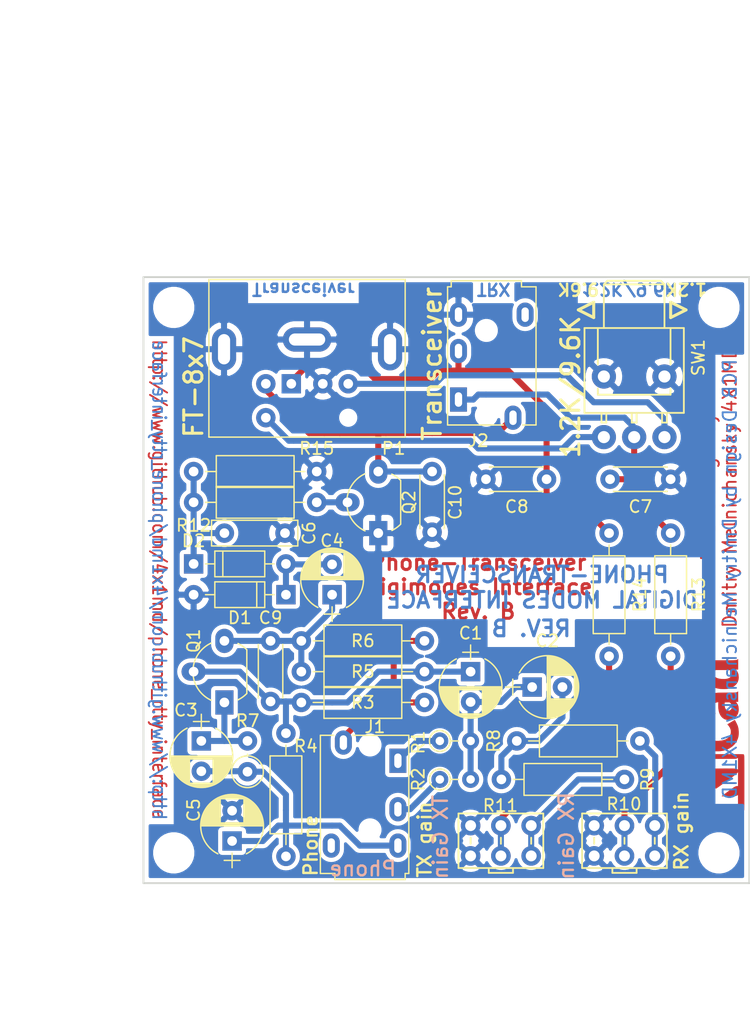
<source format=kicad_pcb>
(kicad_pcb (version 4) (host pcbnew 4.0.7-e2-6376~58~ubuntu16.04.1)
  (title_block (title "Phone-Transceiver AFSK Interface") (date 2017-04-11) (rev A))
  (layers (0 F.Cu signal) (31 B.Cu signal) (34 B.Paste user) (35 F.Paste user) (36 B.SilkS user) (37 F.SilkS user) (38 B.Mask user) (39 F.Mask user) (44 Edge.Cuts user))
  (net 0 "")
  (net 1 "Net-(C1-Pad1)")
  (net 2 "Net-(C3-Pad1)")
  (net 3 GNDREF)
  (net 4 "Net-(C6-Pad1)")
  (net 5 "Net-(Q2-Pad2)")
  (net 6 "Net-(R10-Pad2)")
  (net 7 /PHONE_OUT)
  (net 8 /PHONE_GND)
  (net 9 /TRX_DATA_IN)
  (net 10 /PHONE_MIC)
  (net 11 /TRX_1200)
  (net 12 /TRX_9600)
  (net 13 /PTT)
  (net 14 "Net-(C2-Pad2)")
  (net 15 "Net-(C4-Pad1)")
  (net 16 "Net-(C4-Pad2)")
  (net 17 "Net-(J1-Pad1)")
  (net 18 "Net-(J1-Pad2)")
  (net 19 "Net-(R11-Pad2)")
  (net 20 "Net-(R10-Pad1)")
  (net 21 "Net-(R11-Pad1)")
  (net 22 /TRX_DATA_OUT)
  (module Capacitors_THT:CP_Radial_D5.0mm_P2.50mm (layer F.Cu) (at 132.08 83.82)
    (fp_text reference C2 (at 1.25 -3.81) (layer F.SilkS))
    (fp_text value 4.7uF)
    (pad 1 thru_hole rect (at 0 0) (size 1.6 1.6) (drill 0.8) (layers *.Cu *.Mask) (net 7 /PHONE_OUT))
    (pad 2 thru_hole circle (at 2.5 0) (size 1.6 1.6) (drill 0.8) (layers *.Cu *.Mask) (net 14 "Net-(C2-Pad2)"))
  )
  (module Resistors_THT:R_Axial_DIN0207_L6.3mm_D2.5mm_P10.16mm_Horizontal (layer F.Cu) (at 123.19 80.01 180)
    (fp_text reference R6 (at 5.08 0 180) (layer F.SilkS))
    (fp_text value 3.3K)
    (pad 1 thru_hole circle (at 0 0 180) (size 1.6 1.6) (drill 0.8) (layers *.Cu *.Mask) (net 10 /PHONE_MIC))
    (pad 2 thru_hole oval (at 10.16 0 180) (size 1.6 1.6) (drill 0.8) (layers *.Cu *.Mask) (net 15 "Net-(C4-Pad1)"))
  )
  (module Mounting_Holes:MountingHole_2.7mm_M2.5_ISO7380 (layer F.Cu) (at 102.5 52.5)
    (fp_text reference MH1 hide)
    (fp_text value MH_2.7mm_M2.5_ISO7380 hide)
    (pad 1 np_thru_hole circle (at 0 0) (size 2.7 2.7) (drill 2.7) (layers *.Cu *.Mask))
  )
  (module Mounting_Holes:MountingHole_2.7mm_M2.5_ISO7380 (layer F.Cu) (at 147.5 52.5)
    (fp_text reference MH2 hide)
    (fp_text value MH_2.7mm_M2.5_ISO7380 hide)
    (pad 1 np_thru_hole circle (at 0 0) (size 2.7 2.7) (drill 2.7) (layers *.Cu *.Mask))
  )
  (module Mounting_Holes:MountingHole_2.7mm_M2.5_ISO7380 (layer F.Cu) (at 102.5 97.5)
    (fp_text reference MH3 hide)
    (fp_text value MH_2.7mm_M2.5_ISO7380 hide)
    (pad 1 np_thru_hole circle (at 0 0) (size 2.7 2.7) (drill 2.7) (layers *.Cu *.Mask))
  )
  (module Mounting_Holes:MountingHole_2.7mm_M2.5_ISO7380 (layer F.Cu) (at 147.5 97.5)
    (fp_text reference MH4 hide)
    (fp_text value MH_2.7mm_M2.5_ISO7380 hide)
    (pad 1 np_thru_hole circle (at 0 0) (size 2.7 2.7) (drill 2.7) (layers *.Cu *.Mask))
  )
  (module custom_kicad_footprints:PJ320E_Headphones_Plug_Short (layer F.Cu) (at 121 89.9 180)
    (fp_text reference J1 (at 1.9 2.8 180) (layer F.SilkS))
    (fp_text value Phone)
    (pad 5 thru_hole oval (at 5.5 -7 90) (size 2 1.4) (drill oval 1.2 0.6) (layers *.Cu *.Mask))
    (pad 4 thru_hole oval (at 4.5 1.5 90) (size 2 1.4) (drill oval 1.2 0.6) (layers *.Cu *.Mask) (net 10 /PHONE_MIC))
    (pad 1 thru_hole rect (at 0 0 90) (size 2 1.4) (drill oval 1.2 0.6) (layers *.Cu *.Mask) (net 17 "Net-(J1-Pad1)"))
    (pad 2 thru_hole oval (at 0 -4 90) (size 2 1.4) (drill oval 1.2 0.6) (layers *.Cu *.Mask) (net 18 "Net-(J1-Pad2)"))
    (pad 3 thru_hole oval (at 0 -7 90) (size 2 1.4) (drill oval 1.2 0.6) (layers *.Cu *.Mask) (net 8 /PHONE_GND))
    (pad "" np_thru_hole circle (at 2.3 -5.7 90) (size 1.2 1.2) (drill 1.2) (layers *.Cu *.Mask))
    (pad "" np_thru_hole circle (at 2.3 1.3 90) (size 1.2 1.2) (drill 1.2) (layers *.Cu *.Mask))
  )
  (module custom_kicad_footprints:PJ320E_Headphones_Plug_Short (layer F.Cu) (at 126 60.1)
    (fp_text reference J2 (at 1.635 3.4) (layer F.SilkS))
    (fp_text value Transceiver)
    (pad 5 thru_hole oval (at 5.5 -7 270) (size 2 1.4) (drill oval 1.2 0.6) (layers *.Cu *.Mask))
    (pad 4 thru_hole oval (at 4.5 1.5 270) (size 2 1.4) (drill oval 1.2 0.6) (layers *.Cu *.Mask) (net 13 /PTT))
    (pad 1 thru_hole rect (at 0 0 270) (size 2 1.4) (drill oval 1.2 0.6) (layers *.Cu *.Mask) (net 22 /TRX_DATA_OUT))
    (pad 2 thru_hole oval (at 0 -4 270) (size 2 1.4) (drill oval 1.2 0.6) (layers *.Cu *.Mask) (net 9 /TRX_DATA_IN))
    (pad 3 thru_hole oval (at 0 -7 270) (size 2 1.4) (drill oval 1.2 0.6) (layers *.Cu *.Mask) (net 3 GNDREF))
    (pad "" np_thru_hole circle (at 2.3 -5.7 270) (size 1.2 1.2) (drill 1.2) (layers *.Cu *.Mask))
    (pad "" np_thru_hole circle (at 2.3 1.3 270) (size 1.2 1.2) (drill 1.2) (layers *.Cu *.Mask))
  )
  (module custom_kicad_footprints:Cliff_UT1x_SPDT_ON-ON_Switch_Short (layer F.Cu) (at 138 63.2)
    (fp_text reference SW1 (at 7.796 -6.558 90) (layer F.SilkS))
    (fp_text value 1200/9600)
    (pad 4 thru_hole circle (at 5 -5) (size 2 2) (drill 1) (layers *.Cu *.Mask) (net 3 GNDREF))
    (pad 2 thru_hole circle (at 2.5 0) (size 2 2) (drill 1) (layers *.Cu *.Mask) (net 22 /TRX_DATA_OUT))
    (pad 3 thru_hole circle (at 5 0) (size 2 2) (drill 1) (layers *.Cu *.Mask) (net 12 /TRX_9600))
    (pad 4 thru_hole circle (at 0 -5) (size 2 2) (drill 1) (layers *.Cu *.Mask) (net 3 GNDREF))
    (pad 1 thru_hole circle (at 0 0) (size 2 2) (drill 1) (layers *.Cu *.Mask) (net 11 /TRX_1200))
  )
  (module TO_SOT_Packages_THT:TO-92_Molded_Wide_Oval (layer F.Cu) (at 106.68 85.09 90)
    (fp_text reference Q1 (at 5.08 -2.54 270) (layer F.SilkS))
    (fp_text value 2N2222)
    (pad 2 thru_hole oval (at 2.54 -2.54 180) (size 2 1.5) (drill 0.8) (layers *.Cu *.Mask) (net 1 "Net-(C1-Pad1)"))
    (pad 1 thru_hole rect (at 0 0 180) (size 1.5 2) (drill 0.8) (layers *.Cu *.Mask) (net 2 "Net-(C3-Pad1)"))
    (pad 3 thru_hole oval (at 5.08 0 180) (size 1.5 2) (drill 0.8) (layers *.Cu *.Mask) (net 15 "Net-(C4-Pad1)"))
  )
  (module TO_SOT_Packages_THT:TO-92_Molded_Wide_Oval (layer F.Cu) (at 119.38 71.12 90)
    (fp_text reference Q2 (at 2.54 2.54 270) (layer F.SilkS))
    (fp_text value 2N2222)
    (pad 2 thru_hole oval (at 2.54 -2.54 180) (size 2 1.5) (drill 0.8) (layers *.Cu *.Mask) (net 5 "Net-(Q2-Pad2)"))
    (pad 1 thru_hole rect (at 0 0 180) (size 1.5 2) (drill 0.8) (layers *.Cu *.Mask) (net 3 GNDREF))
    (pad 3 thru_hole oval (at 5.08 0 180) (size 1.5 2) (drill 0.8) (layers *.Cu *.Mask) (net 13 /PTT))
  )
  (module custom_kicad_footprints:Connector_Mini-DIN_Female_6Pin_2rows (layer F.Cu) (at 112.2 58.8 180)
    (fp_text reference P1 (at -8.45 -5.335 360) (layer F.SilkS))
    (fp_text value "TRX Data")
    (pad 7 thru_hole oval (at -8.15 2.85 180) (size 2 3.5) (drill oval 1 2.5) (layers *.Cu *.Mask) (net 3 GNDREF))
    (pad 7 thru_hole oval (at 5.55 2.85 180) (size 2 3.5) (drill oval 1 2.5) (layers *.Cu *.Mask) (net 3 GNDREF))
    (pad 1 thru_hole rect (at 0 0 180) (size 1.6 1.6) (drill 0.8) (layers *.Cu *.Mask) (net 9 /TRX_DATA_IN))
    (pad 2 thru_hole circle (at -2.6 0 180) (size 1.6 1.6) (drill 0.8) (layers *.Cu *.Mask) (net 3 GNDREF))
    (pad 3 thru_hole circle (at 2.1 0 180) (size 1.6 1.6) (drill 0.8) (layers *.Cu *.Mask) (net 13 /PTT))
    (pad 4 thru_hole circle (at -4.7 0 180) (size 1.6 1.6) (drill 0.8) (layers *.Cu *.Mask) (net 12 /TRX_9600))
    (pad 5 thru_hole circle (at 2.1 -2.8 180) (size 1.6 1.6) (drill 0.8) (layers *.Cu *.Mask) (net 11 /TRX_1200))
    (pad "" np_thru_hole circle (at -4.7 -2.8 180) (size 0.8 0.8) (drill 0.8) (layers *.Cu *.Mask))
    (pad 7 thru_hole oval (at -1.3 3.65 180) (size 4 2) (drill oval 3 1) (layers *.Cu *.Mask) (net 3 GNDREF))
  )
  (module custom_kicad_footprints:Potentiometer_Trimmer_Vertical_Multi_Compatible (layer F.Cu) (at 142.2 95.25 270)
    (fp_text reference R10 (at -1.778 2.54 360) (layer F.SilkS))
    (fp_text value 10K)
    (pad 3 thru_hole circle (at 2.5 5 270) (size 1.62 1.62) (drill 0.9) (layers *.Cu *.Mask) (net 3 GNDREF))
    (pad 2 thru_hole circle (at 0 2.5 270) (size 1.62 1.62) (drill 0.9) (layers *.Cu *.Mask) (net 6 "Net-(R10-Pad2)"))
    (pad 1 thru_hole circle (at 2.5 0 270) (size 1.62 1.62) (drill 0.9) (layers *.Cu *.Mask) (net 20 "Net-(R10-Pad1)"))
    (pad 3 thru_hole circle (at 0 5 270) (size 1.62 1.62) (drill 0.9) (layers *.Cu *.Mask) (net 3 GNDREF))
    (pad 2 thru_hole circle (at 2.5 2.5 270) (size 1.62 1.62) (drill 0.9) (layers *.Cu *.Mask) (net 6 "Net-(R10-Pad2)"))
    (pad 1 thru_hole circle (at 0 0 270) (size 1.62 1.62) (drill 0.9) (layers *.Cu *.Mask) (net 20 "Net-(R10-Pad1)"))
  )
  (module custom_kicad_footprints:Potentiometer_Trimmer_Vertical_Multi_Compatible (layer F.Cu) (at 132 95.25 270)
    (fp_text reference R11 (at -1.651 2.54 360) (layer F.SilkS))
    (fp_text value 10K)
    (pad 3 thru_hole circle (at 2.5 5 270) (size 1.62 1.62) (drill 0.9) (layers *.Cu *.Mask) (net 3 GNDREF))
    (pad 2 thru_hole circle (at 0 2.5 270) (size 1.62 1.62) (drill 0.9) (layers *.Cu *.Mask) (net 19 "Net-(R11-Pad2)"))
    (pad 1 thru_hole circle (at 2.5 0 270) (size 1.62 1.62) (drill 0.9) (layers *.Cu *.Mask) (net 21 "Net-(R11-Pad1)"))
    (pad 3 thru_hole circle (at 0 5 270) (size 1.62 1.62) (drill 0.9) (layers *.Cu *.Mask) (net 3 GNDREF))
    (pad 2 thru_hole circle (at 2.5 2.5 270) (size 1.62 1.62) (drill 0.9) (layers *.Cu *.Mask) (net 19 "Net-(R11-Pad2)"))
    (pad 1 thru_hole circle (at 0 0 270) (size 1.62 1.62) (drill 0.9) (layers *.Cu *.Mask) (net 21 "Net-(R11-Pad1)"))
  )
  (module Capacitors_THT:C_Disc_D4.3mm_W1.9mm_P5.00mm (layer F.Cu) (at 110.49 80.01 270)
    (fp_text reference C9 (at -1.905 0 360) (layer F.SilkS))
    (fp_text value 100pF)
    (pad 1 thru_hole circle (at 0 0 270) (size 1.6 1.6) (drill 0.8) (layers *.Cu *.Mask) (net 15 "Net-(C4-Pad1)"))
    (pad 2 thru_hole circle (at 5 0 270) (size 1.6 1.6) (drill 0.8) (layers *.Cu *.Mask) (net 1 "Net-(C1-Pad1)"))
  )
  (module Capacitors_THT:C_Disc_D4.3mm_W1.9mm_P5.00mm (layer F.Cu) (at 123.825 66.04 270)
    (fp_text reference C10 (at 2.54 -1.905 270) (layer F.SilkS))
    (fp_text value 1nF)
    (pad 1 thru_hole circle (at 0 0 270) (size 1.6 1.6) (drill 0.8) (layers *.Cu *.Mask) (net 13 /PTT))
    (pad 2 thru_hole circle (at 5 0 270) (size 1.6 1.6) (drill 0.8) (layers *.Cu *.Mask) (net 3 GNDREF))
  )
  (module Capacitors_THT:CP_Radial_D5.0mm_P2.50mm (layer F.Cu) (at 127 82.55 270)
    (fp_text reference C1 (at -3.175 0 360) (layer F.SilkS))
    (fp_text value 4.7uF)
    (pad 1 thru_hole rect (at 0 0 270) (size 1.6 1.6) (drill 0.8) (layers *.Cu *.Mask) (net 1 "Net-(C1-Pad1)"))
    (pad 2 thru_hole circle (at 2.5 0 270) (size 1.6 1.6) (drill 0.8) (layers *.Cu *.Mask) (net 7 /PHONE_OUT))
  )
  (module Capacitors_THT:CP_Radial_D5.0mm_P2.50mm (layer F.Cu) (at 115.57 76.2 90)
    (fp_text reference C4 (at 4.445 0 180) (layer F.SilkS))
    (fp_text value 4.7uF)
    (pad 1 thru_hole rect (at 0 0 90) (size 1.6 1.6) (drill 0.8) (layers *.Cu *.Mask) (net 15 "Net-(C4-Pad1)"))
    (pad 2 thru_hole circle (at 2.5 0 90) (size 1.6 1.6) (drill 0.8) (layers *.Cu *.Mask) (net 16 "Net-(C4-Pad2)"))
  )
  (module Capacitors_THT:CP_Radial_D5.0mm_P2.50mm (layer F.Cu) (at 107.315 96.52 90)
    (fp_text reference C5 (at 2.54 -3.175 90) (layer F.SilkS))
    (fp_text value 100uF)
    (pad 1 thru_hole rect (at 0 0 90) (size 1.6 1.6) (drill 0.8) (layers *.Cu *.Mask) (net 8 /PHONE_GND))
    (pad 2 thru_hole circle (at 2.5 0 90) (size 1.6 1.6) (drill 0.8) (layers *.Cu *.Mask) (net 3 GNDREF))
  )
  (module Capacitors_THT:C_Disc_D4.3mm_W1.9mm_P5.00mm (layer F.Cu) (at 143.51 66.675 180)
    (fp_text reference C7 (at 2.5 -2.26 180) (layer F.SilkS))
    (fp_text value 10n)
    (pad 1 thru_hole circle (at 0 0 180) (size 1.6 1.6) (drill 0.8) (layers *.Cu *.Mask) (net 3 GNDREF))
    (pad 2 thru_hole circle (at 5 0 180) (size 1.6 1.6) (drill 0.8) (layers *.Cu *.Mask) (net 22 /TRX_DATA_OUT))
  )
  (module Capacitors_THT:C_Disc_D4.3mm_W1.9mm_P5.00mm (layer F.Cu) (at 128.27 66.675)
    (fp_text reference C8 (at 2.54 2.26) (layer F.SilkS))
    (fp_text value 10n)
    (pad 1 thru_hole circle (at 0 0) (size 1.6 1.6) (drill 0.8) (layers *.Cu *.Mask) (net 3 GNDREF))
    (pad 2 thru_hole circle (at 5 0) (size 1.6 1.6) (drill 0.8) (layers *.Cu *.Mask) (net 9 /TRX_DATA_IN))
  )
  (module Resistors_THT:R_Axial_DIN0207_L6.3mm_D2.5mm_P10.16mm_Horizontal (layer F.Cu) (at 140.97 88.265 180)
    (fp_text reference R8 (at 12.065 0 270) (layer F.SilkS))
    (fp_text value 1K)
    (pad 1 thru_hole circle (at 0 0 180) (size 1.6 1.6) (drill 0.8) (layers *.Cu *.Mask) (net 20 "Net-(R10-Pad1)"))
    (pad 2 thru_hole oval (at 10.16 0 180) (size 1.6 1.6) (drill 0.8) (layers *.Cu *.Mask) (net 14 "Net-(C2-Pad2)"))
  )
  (module Resistors_THT:R_Axial_DIN0207_L6.3mm_D2.5mm_P10.16mm_Horizontal (layer F.Cu) (at 139.7 91.44 180)
    (fp_text reference R9 (at -1.905 0 450) (layer F.SilkS))
    (fp_text value 10K)
    (pad 1 thru_hole circle (at 0 0 180) (size 1.6 1.6) (drill 0.8) (layers *.Cu *.Mask) (net 21 "Net-(R11-Pad1)"))
    (pad 2 thru_hole oval (at 10.16 0 180) (size 1.6 1.6) (drill 0.8) (layers *.Cu *.Mask) (net 14 "Net-(C2-Pad2)"))
  )
  (module Resistors_THT:R_Axial_DIN0207_L6.3mm_D2.5mm_P10.16mm_Horizontal (layer F.Cu) (at 143.51 71.12 270)
    (fp_text reference R13 (at 5.08 -2.31 270) (layer F.SilkS))
    (fp_text value 1K)
    (pad 1 thru_hole circle (at 0 0 270) (size 1.6 1.6) (drill 0.8) (layers *.Cu *.Mask) (net 22 /TRX_DATA_OUT))
    (pad 2 thru_hole oval (at 10.16 0 270) (size 1.6 1.6) (drill 0.8) (layers *.Cu *.Mask) (net 6 "Net-(R10-Pad2)"))
  )
  (module Resistors_THT:R_Axial_DIN0207_L6.3mm_D2.5mm_P10.16mm_Horizontal (layer F.Cu) (at 138.43 81.28 90)
    (fp_text reference R14 (at 5.08 2.54 90) (layer F.SilkS))
    (fp_text value 1K)
    (pad 1 thru_hole circle (at 0 0 90) (size 1.6 1.6) (drill 0.8) (layers *.Cu *.Mask) (net 19 "Net-(R11-Pad2)"))
    (pad 2 thru_hole oval (at 10.16 0 90) (size 1.6 1.6) (drill 0.8) (layers *.Cu *.Mask) (net 9 /TRX_DATA_IN))
  )
  (module Diodes_THT:D_DO-35_SOD27_P7.62mm_Horizontal (layer F.Cu) (at 111.76 76.2 180)
    (fp_text reference D1 (at 3.81 -1.905 360) (layer F.SilkS))
    (fp_text value BAT46)
    (pad 1 thru_hole rect (at 0 0 180) (size 1.6 1.6) (drill 0.8) (layers *.Cu *.Mask) (net 16 "Net-(C4-Pad2)"))
    (pad 2 thru_hole oval (at 7.62 0 180) (size 1.6 1.6) (drill 0.8) (layers *.Cu *.Mask) (net 3 GNDREF))
  )
  (module Diodes_THT:D_DO-35_SOD27_P7.62mm_Horizontal (layer F.Cu) (at 104.14 73.66)
    (fp_text reference D2 (at 0 -1.905 180) (layer F.SilkS))
    (fp_text value BAT46)
    (pad 1 thru_hole rect (at 0 0) (size 1.6 1.6) (drill 0.8) (layers *.Cu *.Mask) (net 4 "Net-(C6-Pad1)"))
    (pad 2 thru_hole oval (at 7.62 0) (size 1.6 1.6) (drill 0.8) (layers *.Cu *.Mask) (net 16 "Net-(C4-Pad2)"))
  )
  (module Resistors_THT:R_Axial_DIN0207_L6.3mm_D2.5mm_P10.16mm_Horizontal (layer F.Cu) (at 123.19 85.09 180)
    (fp_text reference R3 (at 5.08 0 180) (layer F.SilkS))
    (fp_text value 33K)
    (pad 1 thru_hole circle (at 0 0 180) (size 1.6 1.6) (drill 0.8) (layers *.Cu *.Mask) (net 10 /PHONE_MIC))
    (pad 2 thru_hole oval (at 10.16 0 180) (size 1.6 1.6) (drill 0.8) (layers *.Cu *.Mask) (net 1 "Net-(C1-Pad1)"))
  )
  (module Resistors_THT:R_Axial_DIN0207_L6.3mm_D2.5mm_P10.16mm_Horizontal (layer F.Cu) (at 111.76 87.63 270)
    (fp_text reference R4 (at 1.07 -1.64 360) (layer F.SilkS))
    (fp_text value 18K)
    (pad 1 thru_hole circle (at 0 0 270) (size 1.6 1.6) (drill 0.8) (layers *.Cu *.Mask) (net 1 "Net-(C1-Pad1)"))
    (pad 2 thru_hole oval (at 10.16 0 270) (size 1.6 1.6) (drill 0.8) (layers *.Cu *.Mask) (net 8 /PHONE_GND))
  )
  (module Resistors_THT:R_Axial_DIN0207_L6.3mm_D2.5mm_P10.16mm_Horizontal (layer F.Cu) (at 123.19 82.55 180)
    (fp_text reference R5 (at 5.08 0 180) (layer F.SilkS))
    (fp_text value 120K)
    (pad 1 thru_hole circle (at 0 0 180) (size 1.6 1.6) (drill 0.8) (layers *.Cu *.Mask) (net 1 "Net-(C1-Pad1)"))
    (pad 2 thru_hole oval (at 10.16 0 180) (size 1.6 1.6) (drill 0.8) (layers *.Cu *.Mask) (net 15 "Net-(C4-Pad1)"))
  )
  (module Capacitors_THT:CP_Radial_D5.0mm_P2.50mm (layer F.Cu) (at 104.775 88.265 270)
    (fp_text reference C3 (at -2.54 1.27 360) (layer F.SilkS))
    (fp_text value 100uF)
    (pad 1 thru_hole rect (at 0 0 270) (size 1.6 1.6) (drill 0.8) (layers *.Cu *.Mask) (net 2 "Net-(C3-Pad1)"))
    (pad 2 thru_hole circle (at 2.5 0 270) (size 1.6 1.6) (drill 0.8) (layers *.Cu *.Mask) (net 8 /PHONE_GND))
  )
  (module Resistors_THT:R_Axial_DIN0207_L6.3mm_D2.5mm_P2.54mm_Vertical (layer F.Cu) (at 108.585 90.805 90)
    (fp_text reference R7 (at 4.205 0.015 180) (layer F.SilkS))
    (fp_text value 120)
    (pad 1 thru_hole circle (at 0 0 90) (size 1.6 1.6) (drill 0.8) (layers *.Cu *.Mask) (net 8 /PHONE_GND))
    (pad 2 thru_hole oval (at 2.54 0 90) (size 1.6 1.6) (drill 0.8) (layers *.Cu *.Mask) (net 2 "Net-(C3-Pad1)"))
  )
  (module Resistors_THT:R_Axial_DIN0207_L6.3mm_D2.5mm_P10.16mm_Horizontal (layer F.Cu) (at 114.3 68.58 180)
    (fp_text reference R12 (at 10.16 -1.905 180) (layer F.SilkS))
    (fp_text value 1K)
    (pad 1 thru_hole circle (at 0 0 180) (size 1.6 1.6) (drill 0.8) (layers *.Cu *.Mask) (net 5 "Net-(Q2-Pad2)"))
    (pad 2 thru_hole oval (at 10.16 0 180) (size 1.6 1.6) (drill 0.8) (layers *.Cu *.Mask) (net 4 "Net-(C6-Pad1)"))
  )
  (module Resistors_THT:R_Axial_DIN0207_L6.3mm_D2.5mm_P10.16mm_Horizontal (layer F.Cu) (at 114.3 66.04 180)
    (fp_text reference R15 (at 0 1.905 180) (layer F.SilkS))
    (fp_text value 100K)
    (pad 1 thru_hole circle (at 0 0 180) (size 1.6 1.6) (drill 0.8) (layers *.Cu *.Mask) (net 3 GNDREF))
    (pad 2 thru_hole oval (at 10.16 0 180) (size 1.6 1.6) (drill 0.8) (layers *.Cu *.Mask) (net 4 "Net-(C6-Pad1)"))
  )
  (module Resistors_THT:R_Axial_DIN0204_L3.6mm_D1.6mm_P2.54mm_Vertical (layer F.Cu) (at 124.46 91.44)
    (fp_text reference R1 (at -1.778 -3.048 90) (layer F.SilkS))
    (fp_text value 33)
    (pad 1 thru_hole circle (at 0 0) (size 1.4 1.4) (drill 0.7) (layers *.Cu *.Mask) (net 18 "Net-(J1-Pad2)"))
    (pad 2 thru_hole oval (at 2.54 0) (size 1.4 1.4) (drill 0.7) (layers *.Cu *.Mask) (net 7 /PHONE_OUT))
  )
  (module Resistors_THT:R_Axial_DIN0204_L3.6mm_D1.6mm_P2.54mm_Vertical (layer F.Cu) (at 124.46 88.265)
    (fp_text reference R2 (at -1.778 3.175 90) (layer F.SilkS))
    (fp_text value 33)
    (pad 1 thru_hole circle (at 0 0) (size 1.4 1.4) (drill 0.7) (layers *.Cu *.Mask) (net 17 "Net-(J1-Pad1)"))
    (pad 2 thru_hole oval (at 2.54 0) (size 1.4 1.4) (drill 0.7) (layers *.Cu *.Mask) (net 7 /PHONE_OUT))
  )
  (module custom_kicad_footprints:KiCad-Logo_Copper (layer F.Cu) (at 147.65 87.8 90)
    (fp_text reference REF*** hide)
    (fp_text value KiCad-Logo_Copper hide)
    (fp_poly (pts (xy -2.9464 -2.510946) (xy -2.935535 -2.397007) (xy -2.903918 -2.289384) (xy -2.853015 -2.190385) (xy -2.784293 -2.102316) (xy -2.699219 -2.027484) (xy -2.602232 -1.969616) (xy -2.495964 -1.929995) (xy -2.38895 -1.911427) (xy -2.2833 -1.912566) (xy -2.181125 -1.93207) (xy -2.084534 -1.968594) (xy -1.995638 -2.020795) (xy -1.916546 -2.087327) (xy -1.849369 -2.166848) (xy -1.796217 -2.258013) (xy -1.759199 -2.359477) (xy -1.740427 -2.469898) (xy -1.738489 -2.519794) (xy -1.738489 -2.607733) (xy -1.68656 -2.607733) (xy -1.650253 -2.604889) (xy -1.623355 -2.593089) (xy -1.596249 -2.569351) (xy -1.557867 -2.530969) (xy -1.557867 -0.339398) (xy -1.557876 -0.077261) (xy -1.557908 0.163241) (xy -1.557972 0.383048) (xy -1.558076 0.583101) (xy -1.558227 0.764344) (xy -1.558434 0.927716) (xy -1.558706 1.07416) (xy -1.55905 1.204617) (xy -1.559474 1.320029) (xy -1.559987 1.421338) (xy -1.560597 1.509484) (xy -1.561312 1.58541) (xy -1.56214 1.650057) (xy -1.563089 1.704367) (xy -1.564167 1.74928) (xy -1.565383 1.78574) (xy -1.566745 1.814687) (xy -1.568261 1.837063) (xy -1.569938 1.853809) (xy -1.571786 1.865868) (xy -1.573813 1.87418) (xy -1.576025 1.879687) (xy -1.577108 1.881537) (xy -1.581271 1.888549) (xy -1.584805 1.894996) (xy -1.588635 1.9009) (xy -1.593682 1.906286) (xy -1.600871 1.911178) (xy -1.611123 1.915598) (xy -1.625364 1.919572) (xy -1.644514 1.923121) (xy -1.669499 1.92627) (xy -1.70124 1.929042) (xy -1.740662 1.931461) (xy -1.788686 1.933551) (xy -1.846237 1.935335) (xy -1.914237 1.936837) (xy -1.99361 1.93808) (xy -2.085279 1.939089) (xy -2.190166 1.939885) (xy -2.309196 1.940494) (xy -2.44329 1.940939) (xy -2.593373 1.941243) (xy -2.760367 1.94143) (xy -2.945196 1.941524) (xy -3.148783 1.941548) (xy -3.37205 1.941525) (xy -3.615922 1.94148) (xy -3.881321 1.941437) (xy -3.919704 1.941432) (xy -4.186682 1.941389) (xy -4.432002 1.941318) (xy -4.656583 1.941213) (xy -4.861345 1.941066) (xy -5.047206 1.940869) (xy -5.215088 1.940616) (xy -5.365908 1.9403) (xy -5.500587 1.939913) (xy -5.620044 1.939447) (xy -5.725199 1.938897) (xy -5.816971 1.938253) (xy -5.896279 1.937511) (xy -5.964043 1.936661) (xy -6.021182 1.935697) (xy -6.068617 1.934611) (xy -6.107266 1.933397) (xy -6.138049 1.932047) (xy -6.161885 1.930555) (xy -6.179694 1.928911) (xy -6.192395 1.927111) (xy -6.200908 1.925145) (xy -6.205266 1.923477) (xy -6.213728 1.919906) (xy -6.221497 1.91727) (xy -6.228602 1.914634) (xy -6.235073 1.911062) (xy -6.240939 1.905621) (xy -6.246229 1.897375) (xy -6.250974 1.88539) (xy -6.255202 1.868731) (xy -6.258943 1.846463) (xy -6.262227 1.817652) (xy -6.265083 1.781363) (xy -6.26754 1.736661) (xy -6.269629 1.682611) (xy -6.271378 1.618279) (xy -6.272817 1.54273) (xy -6.273976 1.45503) (xy -6.274883 1.354243) (xy -6.275569 1.239434) (xy -6.276063 1.10967) (xy -6.276395 0.964015) (xy -6.276593 0.801535) (xy -6.276687 0.621295) (xy -6.276708 0.42236) (xy -6.276685 0.203796) (xy -6.276646 -0.035332) (xy -6.276622 -0.29596) (xy -6.276622 -0.338111) (xy -6.276636 -0.601008) (xy -6.276661 -0.842268) (xy -6.276671 -1.062835) (xy -6.276642 -1.263648) (xy -6.276548 -1.445651) (xy -6.276362 -1.609784) (xy -6.276059 -1.756989) (xy -6.275614 -1.888208) (xy -6.275034 -1.998133) (xy -5.972197 -1.998133) (xy -5.932407 -1.940289) (xy -5.921236 -1.924521) (xy -5.911166 -1.910559) (xy -5.902138 -1.897216) (xy -5.894097 -1.883307) (xy -5.886986 -1.867644) (xy -5.880747 -1.849042) (xy -5.875325 -1.826314) (xy -5.870662 -1.798273) (xy -5.866701 -1.763733) (xy -5.863385 -1.721508) (xy -5.860659 -1.670411) (xy -5.858464 -1.609256) (xy -5.856745 -1.536856) (xy -5.855444 -1.452025) (xy -5.854505 -1.353578) (xy -5.85387 -1.240326) (xy -5.853484 -1.111084) (xy -5.853288 -0.964666) (xy -5.853227 -0.799884) (xy -5.853243 -0.615553) (xy -5.85328 -0.410487) (xy -5.853289 -0.287867) (xy -5.853265 -0.070918) (xy -5.853231 0.124642) (xy -5.853243 0.299999) (xy -5.853358 0.456341) (xy -5.85363 0.594857) (xy -5.854118 0.716734) (xy -5.854876 0.82316) (xy -5.855962 0.915322) (xy -5.857431 0.994409) (xy -5.85934 1.061608) (xy -5.861744 1.118107) (xy -5.864701 1.165093) (xy -5.868266 1.203755) (xy -5.872495 1.23528) (xy -5.877446 1.260855) (xy -5.883173 1.28167) (xy -5.889733 1.298911) (xy -5.897183 1.313765) (xy -5.905579 1.327422) (xy -5.914976 1.341069) (xy -5.925432 1.355893) (xy -5.931523 1.364783) (xy -5.970296 1.4224) (xy -5.438732 1.4224) (xy -5.315483 1.422365) (xy -5.212987 1.422215) (xy -5.12942 1.421878) (xy -5.062956 1.421286) (xy -5.011771 1.420367) (xy -4.974041 1.419051) (xy -4.94794 1.417269) (xy -4.931644 1.414951) (xy -4.923328 1.412026) (xy -4.921168 1.408424) (xy -4.923339 1.404075) (xy -4.924535 1.402645) (xy -4.949685 1.365573) (xy -4.975583 1.312772) (xy -4.999192 1.25077) (xy -5.007461 1.224357) (xy -5.012078 1.206416) (xy -5.015979 1.185355) (xy -5.019248 1.159089) (xy -5.021966 1.125532) (xy -5.024215 1.082599) (xy -5.026077 1.028204) (xy -5.027636 0.960262) (xy -5.028972 0.876688) (xy -5.030169 0.775395) (xy -5.031308 0.6543) (xy -5.031685 0.6096) (xy -5.032702 0.484449) (xy -5.03346 0.380082) (xy -5.033903 0.294707) (xy -5.03397 0.226533) (xy -5.033605 0.173765) (xy -5.032748 0.134614) (xy -5.031341 0.107285) (xy -5.029325 0.089986) (xy -5.026643 0.080926) (xy -5.023236 0.078312) (xy -5.019044 0.080351) (xy -5.014571 0.084667) (xy -5.004216 0.097602) (xy -4.982158 0.126676) (xy -4.949957 0.169759) (xy -4.909174 0.224718) (xy -4.86137 0.289423) (xy -4.808105 0.361742) (xy -4.75094 0.439544) (xy -4.691437 0.520698) (xy -4.631155 0.603072) (xy -4.571655 0.684536) (xy -4.514498 0.762957) (xy -4.461245 0.836204) (xy -4.413457 0.902147) (xy -4.372693 0.958654) (xy -4.340516 1.003593) (xy -4.318485 1.034834) (xy -4.313917 1.041466) (xy -4.290996 1.078369) (xy -4.264188 1.126359) (xy -4.238789 1.175897) (xy -4.235568 1.182577) (xy -4.21389 1.230772) (xy -4.201304 1.268334) (xy -4.195574 1.30416) (xy -4.194456 1.3462) (xy -4.19509 1.4224) (xy -3.040651 1.4224) (xy -3.131815 1.328669) (xy -3.178612 1.278775) (xy -3.228899 1.222295) (xy -3.274944 1.168026) (xy -3.295369 1.142673) (xy -3.325807 1.103128) (xy -3.365862 1.049916) (xy -3.414361 0.984667) (xy -3.470135 0.909011) (xy -3.532011 0.824577) (xy -3.598819 0.732994) (xy -3.669387 0.635892) (xy -3.742545 0.534901) (xy -3.817121 0.43165) (xy -3.891944 0.327768) (xy -3.965843 0.224885) (xy -4.037646 0.124631) (xy -4.106184 0.028636) (xy -4.170284 -0.061473) (xy -4.228775 -0.144064) (xy -4.280486 -0.217508) (xy -4.324247 -0.280176) (xy -4.358885 -0.330439) (xy -4.38323 -0.366666) (xy -4.396111 -0.387229) (xy -4.397869 -0.391332) (xy -4.38991 -0.402658) (xy -4.369115 -0.429838) (xy -4.336847 -0.471171) (xy -4.29447 -0.524956) (xy -4.243347 -0.589494) (xy -4.184841 -0.663082) (xy -4.120314 -0.744022) (xy -4.051131 -0.830612) (xy -3.978653 -0.921152) (xy -3.904246 -1.01394) (xy -3.844517 -1.088298) (xy -2.833511 -1.088298) (xy -2.827602 -1.075341) (xy -2.813272 -1.053092) (xy -2.812225 -1.051609) (xy -2.793438 -1.021456) (xy -2.773791 -0.984625) (xy -2.769892 -0.976489) (xy -2.766356 -0.96806) (xy -2.76323 -0.957941) (xy -2.760486 -0.94474) (xy -2.758092 -0.927062) (xy -2.756019 -0.903516) (xy -2.754235 -0.872707) (xy -2.752712 -0.833243) (xy -2.751419 -0.783731) (xy -2.750326 -0.722777) (xy -2.749403 -0.648989) (xy -2.748619 -0.560972) (xy -2.747945 -0.457335) (xy -2.74735 -0.336684) (xy -2.746805 -0.197626) (xy -2.746279 -0.038768) (xy -2.745745 0.140089) (xy -2.745206 0.325207) (xy -2.744772 0.489145) (xy -2.744509 0.633303) (xy -2.744484 0.759079) (xy -2.744765 0.867871) (xy -2.745419 0.961077) (xy -2.746514 1.040097) (xy -2.748118 1.106328) (xy -2.750297 1.16117) (xy -2.753119 1.206021) (xy -2.756651 1.242278) (xy -2.760961 1.271341) (xy -2.766117 1.294609) (xy -2.772185 1.313479) (xy -2.779233 1.329351) (xy -2.787329 1.343622) (xy -2.79654 1.357691) (xy -2.80504 1.370158) (xy -2.822176 1.396452) (xy -2.832322 1.414037) (xy -2.833511 1.417257) (xy -2.822604 1.418334) (xy -2.791411 1.419335) (xy -2.742223 1.420235) (xy -2.677333 1.42101) (xy -2.59903 1.421637) (xy -2.509607 1.422091) (xy -2.411356 1.422349) (xy -2.342445 1.4224) (xy -2.237452 1.42218) (xy -2.14061 1.421548) (xy -2.054107 1.420549) (xy -1.980132 1.419227) (xy -1.920874 1.417626) (xy -1.87852 1.415791) (xy -1.85526 1.413765) (xy -1.851378 1.412493) (xy -1.859076 1.397591) (xy -1.867074 1.38956) (xy -1.880246 1.372434) (xy -1.897485 1.342183) (xy -1.909407 1.317622) (xy -1.936045 1.258711) (xy -1.93912 0.081845) (xy -1.942195 -1.095022) (xy -2.387853 -1.095022) (xy -2.48567 -1.094858) (xy -2.576064 -1.094389) (xy -2.65663 -1.093653) (xy -2.724962 -1.092684) (xy -2.778656 -1.09152) (xy -2.815305 -1.090197) (xy -2.832504 -1.088751) (xy -2.833511 -1.088298) (xy -3.844517 -1.088298) (xy -3.82927 -1.107278) (xy -3.75509 -1.199463) (xy -3.683069 -1.288796) (xy -3.614569 -1.373576) (xy -3.550955 -1.452102) (xy -3.493588 -1.522674) (xy -3.443833 -1.583591) (xy -3.403052 -1.633153) (xy -3.385888 -1.653822) (xy -3.299596 -1.754484) (xy -3.222997 -1.837741) (xy -3.154183 -1.905562) (xy -3.091248 -1.959911) (xy -3.081867 -1.967278) (xy -3.042356 -1.997883) (xy -4.174116 -1.998133) (xy -4.168827 -1.950156) (xy -4.17213 -1.892812) (xy -4.193661 -1.824537) (xy -4.233635 -1.744788) (xy -4.278943 -1.672505) (xy -4.295161 -1.64986) (xy -4.323214 -1.612304) (xy -4.36143 -1.561979) (xy -4.408137 -1.501027) (xy -4.461661 -1.431589) (xy -4.520331 -1.355806) (xy -4.582475 -1.27582) (xy -4.646421 -1.193772) (xy -4.710495 -1.111804) (xy -4.773027 -1.032057) (xy -4.832343 -0.956673) (xy -4.886771 -0.887793) (xy -4.934639 -0.827558) (xy -4.974275 -0.778111) (xy -5.004006 -0.741592) (xy -5.022161 -0.720142) (xy -5.02522 -0.716844) (xy -5.028079 -0.724851) (xy -5.030293 -0.755145) (xy -5.031857 -0.807444) (xy -5.032767 -0.881469) (xy -5.03302 -0.976937) (xy -5.032613 -1.093566) (xy -5.031704 -1.213555) (xy -5.030382 -1.345667) (xy -5.028857 -1.457406) (xy -5.026881 -1.550975) (xy -5.024206 -1.628581) (xy -5.020582 -1.692426) (xy -5.015761 -1.744717) (xy -5.009494 -1.787656) (xy -5.001532 -1.823449) (xy -4.991627 -1.8543) (xy -4.979531 -1.882414) (xy -4.964993 -1.909995) (xy -4.950311 -1.935034) (xy -4.912314 -1.998133) (xy -5.972197 -1.998133) (xy -6.275034 -1.998133) (xy -6.275001 -2.004383) (xy -6.274195 -2.106456) (xy -6.27317 -2.195367) (xy -6.2719 -2.272059) (xy -6.27036 -2.337473) (xy -6.268524 -2.392551) (xy -6.266367 -2.438235) (xy -6.263863 -2.475466) (xy -6.260987 -2.505187) (xy -6.257713 -2.528338) (xy -6.254015 -2.545861) (xy -6.249869 -2.558699) (xy -6.245247 -2.567792) (xy -6.240126 -2.574082) (xy -6.234478 -2.578512) (xy -6.228279 -2.582022) (xy -6.221504 -2.585555) (xy -6.215508 -2.589124) (xy -6.210275 -2.5917) (xy -6.202099 -2.594028) (xy -6.189886 -2.596122) (xy -6.172541 -2.597993) (xy -6.148969 -2.599653) (xy -6.118077 -2.601116) (xy -6.078768 -2.602392) (xy -6.02995 -2.603496) (xy -5.970527 -2.604439) (xy -5.899404 -2.605233) (xy -5.815488 -2.605891) (xy -5.717683 -2.606425) (xy -5.604894 -2.606847) (xy -5.476029 -2.607171) (xy -5.329991 -2.607408) (xy -5.165686 -2.60757) (xy -4.98202 -2.60767) (xy -4.777897 -2.60772) (xy -4.566753 -2.607733) (xy -2.9464 -2.607733) (xy -2.9464 -2.510946)) (layer F.Cu) (width 0.01))
    (fp_poly (pts (xy 0.328429 -2.050929) (xy 0.48857 -2.029755) (xy 0.65251 -1.989615) (xy 0.822313 -1.930111) (xy 1.000043 -1.850846) (xy 1.01131 -1.845301) (xy 1.069005 -1.817275) (xy 1.120552 -1.793198) (xy 1.162191 -1.774751) (xy 1.190162 -1.763614) (xy 1.199733 -1.761067) (xy 1.21895 -1.756059) (xy 1.223561 -1.751853) (xy 1.218458 -1.74142) (xy 1.202418 -1.715132) (xy 1.177288 -1.675743) (xy 1.144914 -1.626009) (xy 1.107143 -1.568685) (xy 1.065822 -1.506524) (xy 1.022798 -1.442282) (xy 0.979917 -1.378715) (xy 0.939026 -1.318575) (xy 0.901971 -1.26462) (xy 0.8706 -1.219603) (xy 0.846759 -1.186279) (xy 0.832294 -1.167403) (xy 0.830309 -1.165213) (xy 0.820191 -1.169862) (xy 0.79785 -1.187038) (xy 0.76728 -1.21356) (xy 0.751536 -1.228036) (xy 0.655047 -1.303318) (xy 0.548336 -1.358759) (xy 0.432832 -1.393859) (xy 0.309962 -1.40812) (xy 0.240561 -1.406949) (xy 0.119423 -1.389788) (xy 0.010205 -1.353906) (xy -0.087418 -1.299041) (xy -0.173772 -1.22493) (xy -0.249185 -1.131312) (xy -0.313982 -1.017924) (xy -0.351399 -0.931333) (xy -0.395252 -0.795634) (xy -0.427572 -0.64815) (xy -0.448443 -0.492686) (xy -0.457949 -0.333044) (xy -0.456173 -0.173027) (xy -0.443197 -0.016439) (xy -0.419106 0.132918) (xy -0.383982 0.27124) (xy -0.337908 0.394724) (xy -0.321627 0.428978) (xy -0.25338 0.543064) (xy -0.172921 0.639557) (xy -0.08143 0.71767) (xy 0.019911 0.776617) (xy 0.12992 0.815612) (xy 0.247415 0.833868) (xy 0.288883 0.835211) (xy 0.410441 0.82429) (xy 0.530878 0.791474) (xy 0.648666 0.737439) (xy 0.762277 0.662865) (xy 0.853685 0.584539) (xy 0.900215 0.540008) (xy 1.081483 0.837271) (xy 1.12658 0.911433) (xy 1.167819 0.979646) (xy 1.203735 1.039459) (xy 1.232866 1.08842) (xy 1.25375 1.124079) (xy 1.264924 1.143984) (xy 1.266375 1.147079) (xy 1.258146 1.156718) (xy 1.232567 1.173999) (xy 1.192873 1.197283) (xy 1.142297 1.224934) (xy 1.084074 1.255315) (xy 1.021437 1.28679) (xy 0.957621 1.317722) (xy 0.89586 1.346473) (xy 0.839388 1.371408) (xy 0.791438 1.390889) (xy 0.767986 1.399318) (xy 0.634221 1.437133) (xy 0.496327 1.462136) (xy 0.348622 1.47514) (xy 0.221833 1.477468) (xy 0.153878 1.476373) (xy 0.088277 1.474275) (xy 0.030847 1.471434) (xy -0.012597 1.468106) (xy -0.026702 1.466422) (xy -0.165716 1.437587) (xy -0.307243 1.392468) (xy -0.444725 1.33375) (xy -0.571606 1.26412) (xy -0.649111 1.211441) (xy -0.776519 1.103239) (xy -0.894822 0.976671) (xy -1.001828 0.834866) (xy -1.095348 0.680951) (xy -1.17319 0.518053) (xy -1.217044 0.400756) (xy -1.267292 0.217128) (xy -1.300791 0.022581) (xy -1.317551 -0.178675) (xy -1.317584 -0.382432) (xy -1.300899 -0.584479) (xy -1.267507 -0.780608) (xy -1.21742 -0.966609) (xy -1.213603 -0.978197) (xy -1.150719 -1.14025) (xy -1.073972 -1.288168) (xy -0.980758 -1.426135) (xy -0.868473 -1.558339) (xy -0.824608 -1.603601) (xy -0.688466 -1.727543) (xy -0.548509 -1.830085) (xy -0.402589 -1.912344) (xy -0.248558 -1.975436) (xy -0.084268 -2.020477) (xy 0.011289 -2.037967) (xy 0.170023 -2.053534) (xy 0.328429 -2.050929)) (layer F.Cu) (width 0.01))
    (fp_poly (pts (xy 2.673574 -1.133448) (xy 2.825492 -1.113433) (xy 2.960756 -1.079798) (xy 3.080239 -1.032275) (xy 3.184815 -0.970595) (xy 3.262424 -0.907035) (xy 3.331265 -0.832901) (xy 3.385006 -0.753129) (xy 3.42791 -0.660909) (xy 3.443384 -0.617839) (xy 3.456244 -0.578858) (xy 3.467446 -0.542711) (xy 3.47712 -0.507566) (xy 3.485396 -0.47159) (xy 3.492403 -0.43295) (xy 3.498272 -0.389815) (xy 3.503131 -0.340351) (xy 3.50711 -0.282727) (xy 3.51034 -0.215109) (xy 3.512949 -0.135666) (xy 3.515067 -0.042564) (xy 3.516824 0.066027) (xy 3.518349 0.191942) (xy 3.519772 0.337012) (xy 3.521025 0.479778) (xy 3.522351 0.635968) (xy 3.523556 0.771239) (xy 3.524766 0.887246) (xy 3.526106 0.985645) (xy 3.5277 1.068093) (xy 3.529675 1.136246) (xy 3.532156 1.19176) (xy 3.535269 1.236292) (xy 3.539138 1.271498) (xy 3.543889 1.299034) (xy 3.549648 1.320556) (xy 3.556539 1.337722) (xy 3.564689 1.352186) (xy 3.574223 1.365606) (xy 3.585266 1.379638) (xy 3.589566 1.385071) (xy 3.605386 1.40791) (xy 3.612422 1.423463) (xy 3.612444 1.423922) (xy 3.601567 1.426121) (xy 3.570582 1.428147) (xy 3.521957 1.429942) (xy 3.458163 1.431451) (xy 3.381669 1.432616) (xy 3.294944 1.43338) (xy 3.200457 1.433686) (xy 3.18955 1.433689) (xy 2.766657 1.433689) (xy 2.763395 1.337622) (xy 2.760133 1.241556) (xy 2.698044 1.292543) (xy 2.600714 1.360057) (xy 2.490813 1.414749) (xy 2.404349 1.444978) (xy 2.335278 1.459666) (xy 2.251925 1.469659) (xy 2.162159 1.474646) (xy 2.073845 1.474313) (xy 1.994851 1.468351) (xy 1.958622 1.462638) (xy 1.818603 1.424776) (xy 1.692178 1.369932) (xy 1.58026 1.298924) (xy 1.483762 1.212568) (xy 1.4036 1.111679) (xy 1.340687 0.997076) (xy 1.296312 0.870984) (xy 1.283978 0.814401) (xy 1.276368 0.752202) (xy 1.272739 0.677363) (xy 1.272245 0.643467) (xy 1.27231 0.640282) (xy 2.032248 0.640282) (xy 2.041541 0.715333) (xy 2.069728 0.77916) (xy 2.118197 0.834798) (xy 2.123254 0.839211) (xy 2.171548 0.874037) (xy 2.223257 0.89662) (xy 2.283989 0.90854) (xy 2.359352 0.911383) (xy 2.377459 0.910978) (xy 2.431278 0.908325) (xy 2.471308 0.902909) (xy 2.506324 0.892745) (xy 2.545103 0.87585) (xy 2.555745 0.870672) (xy 2.616396 0.834844) (xy 2.663215 0.792212) (xy 2.675952 0.776973) (xy 2.720622 0.720462) (xy 2.720622 0.524586) (xy 2.720086 0.445939) (xy 2.718396 0.387988) (xy 2.715428 0.348875) (xy 2.711057 0.326741) (xy 2.706972 0.320274) (xy 2.691047 0.317111) (xy 2.657264 0.314488) (xy 2.61034 0.312655) (xy 2.554993 0.311857) (xy 2.546106 0.311842) (xy 2.42533 0.317096) (xy 2.32266 0.333263) (xy 2.236106 0.360961) (xy 2.163681 0.400808) (xy 2.108751 0.447758) (xy 2.064204 0.505645) (xy 2.03948 0.568693) (xy 2.032248 0.640282) (xy 1.27231 0.640282) (xy 1.274178 0.549712) (xy 1.282522 0.470812) (xy 1.298768 0.39959) (xy 1.324405 0.328864) (xy 1.348401 0.276493) (xy 1.40702 0.181196) (xy 1.485117 0.09317) (xy 1.580315 0.014017) (xy 1.690238 -0.05466) (xy 1.81251 -0.111259) (xy 1.944755 -0.154179) (xy 2.009422 -0.169118) (xy 2.145604 -0.191223) (xy 2.294049 -0.205806) (xy 2.445505 -0.212187) (xy 2.572064 -0.210555) (xy 2.73395 -0.203776) (xy 2.72653 -0.262755) (xy 2.707238 -0.361908) (xy 2.676104 -0.442628) (xy 2.632269 -0.505534) (xy 2.574871 -0.551244) (xy 2.503048 -0.580378) (xy 2.415941 -0.593553) (xy 2.312686 -0.591389) (xy 2.274711 -0.587388) (xy 2.13352 -0.56222) (xy 1.996707 -0.521186) (xy 1.902178 -0.483185) (xy 1.857018 -0.46381) (xy 1.818585 -0.44824) (xy 1.792234 -0.438595) (xy 1.784546 -0.436548) (xy 1.774802 -0.445626) (xy 1.758083 -0.474595) (xy 1.734232 -0.523783) (xy 1.703093 -0.593516) (xy 1.664507 -0.684121) (xy 1.65791 -0.699911) (xy 1.627853 -0.772228) (xy 1.600874 -0.837575) (xy 1.578136 -0.893094) (xy 1.560806 -0.935928) (xy 1.550048 -0.963219) (xy 1.546941 -0.972058) (xy 1.55694 -0.976813) (xy 1.583217 -0.98209) (xy 1.611489 -0.985769) (xy 1.641646 -0.990526) (xy 1.689433 -0.999972) (xy 1.750612 -1.01318) (xy 1.820946 -1.029224) (xy 1.896194 -1.04718) (xy 1.924755 -1.054203) (xy 2.029816 -1.079791) (xy 2.11748 -1.099853) (xy 2.192068 -1.115031) (xy 2.257903 -1.125965) (xy 2.319307 -1.133296) (xy 2.380602 -1.137665) (xy 2.44611 -1.139713) (xy 2.504128 -1.140111) (xy 2.673574 -1.133448)) (layer F.Cu) (width 0.01))
    (fp_poly (pts (xy 6.186507 -0.527755) (xy 6.186526 -0.293338) (xy 6.186552 -0.080397) (xy 6.186625 0.112168) (xy 6.186782 0.285459) (xy 6.187064 0.440576) (xy 6.187509 0.57862) (xy 6.188156 0.700692) (xy 6.189045 0.807894) (xy 6.190213 0.901326) (xy 6.191701 0.98209) (xy 6.193546 1.051286) (xy 6.195789 1.110015) (xy 6.198469 1.159379) (xy 6.201623 1.200478) (xy 6.205292 1.234413) (xy 6.209513 1.262286) (xy 6.214327 1.285198) (xy 6.219773 1.304249) (xy 6.225888 1.32054) (xy 6.232712 1.335173) (xy 6.240285 1.349249) (xy 6.248645 1.363868) (xy 6.253839 1.372974) (xy 6.288104 1.433689) (xy 5.429955 1.433689) (xy 5.429955 1.337733) (xy 5.429224 1.29437) (xy 5.427272 1.261205) (xy 5.424463 1.243424) (xy 5.423221 1.241778) (xy 5.411799 1.248662) (xy 5.389084 1.266505) (xy 5.366385 1.285879) (xy 5.3118 1.326614) (xy 5.242321 1.367617) (xy 5.16527 1.405123) (xy 5.087965 1.435364) (xy 5.057113 1.445012) (xy 4.988616 1.459578) (xy 4.905764 1.469539) (xy 4.816371 1.474583) (xy 4.728248 1.474396) (xy 4.649207 1.468666) (xy 4.611511 1.462858) (xy 4.473414 1.424797) (xy 4.346113 1.367073) (xy 4.230292 1.290211) (xy 4.126637 1.194739) (xy 4.035833 1.081179) (xy 3.969031 0.970381) (xy 3.914164 0.853625) (xy 3.872163 0.734276) (xy 3.842167 0.608283) (xy 3.823311 0.471594) (xy 3.814732 0.320158) (xy 3.814006 0.242711) (xy 3.8161 0.185934) (xy 4.645217 0.185934) (xy 4.645424 0.279002) (xy 4.648337 0.366692) (xy 4.654 0.443772) (xy 4.662455 0.505009) (xy 4.665038 0.51735) (xy 4.69684 0.624633) (xy 4.738498 0.711658) (xy 4.790363 0.778642) (xy 4.852781 0.825805) (xy 4.9261 0.853365) (xy 5.010669 0.861541) (xy 5.106835 0.850551) (xy 5.170311 0.834829) (xy 5.219454 0.816639) (xy 5.273583 0.790791) (xy 5.314244 0.767089) (xy 5.3848 0.720721) (xy 5.3848 -0.42947) (xy 5.317392 -0.473038) (xy 5.238867 -0.51396) (xy 5.154681 -0.540611) (xy 5.069557 -0.552535) (xy 4.988216 -0.549278) (xy 4.91538 -0.530385) (xy 4.883426 -0.514816) (xy 4.825501 -0.471819) (xy 4.776544 -0.415047) (xy 4.73539 -0.342425) (xy 4.700874 -0.251879) (xy 4.671833 -0.141334) (xy 4.670552 -0.135467) (xy 4.660381 -0.073212) (xy 4.652739 0.004594) (xy 4.64767 0.09272) (xy 4.645217 0.185934) (xy 3.8161 0.185934) (xy 3.821857 0.029895) (xy 3.843802 -0.165941) (xy 3.879786 -0.344668) (xy 3.929759 -0.506155) (xy 3.993668 -0.650274) (xy 4.071462 -0.776894) (xy 4.163089 -0.885885) (xy 4.268497 -0.977117) (xy 4.313662 -1.008068) (xy 4.414611 -1.064215) (xy 4.517901 -1.103826) (xy 4.627989 -1.127986) (xy 4.74933 -1.137781) (xy 4.841836 -1.136735) (xy 4.97149 -1.125769) (xy 5.084084 -1.103954) (xy 5.182875 -1.070286) (xy 5.271121 -1.023764) (xy 5.319986 -0.989552) (xy 5.349353 -0.967638) (xy 5.371043 -0.952667) (xy 5.379253 -0.948267) (xy 5.380868 -0.959096) (xy 5.382159 -0.989749) (xy 5.383138 -1.037474) (xy 5.383817 -1.099521) (xy 5.38421 -1.173138) (xy 5.38433 -1.255573) (xy 5.384188 -1.344075) (xy 5.383797 -1.435893) (xy 5.383171 -1.528276) (xy 5.38232 -1.618472) (xy 5.38126 -1.703729) (xy 5.380001 -1.781297) (xy 5.378556 -1.848424) (xy 5.376938 -1.902359) (xy 5.375161 -1.94035) (xy 5.374669 -1.947333) (xy 5.367092 -2.017749) (xy 5.355531 -2.072898) (xy 5.337792 -2.120019) (xy 5.311682 -2.166353) (xy 5.305415 -2.175933) (xy 5.280983 -2.212622) (xy 6.186311 -2.212622) (xy 6.186507 -0.527755)) (layer F.Cu) (width 0.01))
    (fp_poly (pts (xy -2.273043 -2.973429) (xy -2.176768 -2.949191) (xy -2.090184 -2.906359) (xy -2.015373 -2.846581) (xy -1.954418 -2.771506) (xy -1.909399 -2.68278) (xy -1.883136 -2.58647) (xy -1.877286 -2.489205) (xy -1.89214 -2.395346) (xy -1.92584 -2.307489) (xy -1.976528 -2.22823) (xy -2.042345 -2.160164) (xy -2.121434 -2.105888) (xy -2.211934 -2.067998) (xy -2.2632 -2.055574) (xy -2.307698 -2.048053) (xy -2.341999 -2.045081) (xy -2.37496 -2.046906) (xy -2.415434 -2.053775) (xy -2.448531 -2.06075) (xy -2.541947 -2.092259) (xy -2.625619 -2.143383) (xy -2.697665 -2.212571) (xy -2.7562 -2.298272) (xy -2.770148 -2.325511) (xy -2.786586 -2.361878) (xy -2.796894 -2.392418) (xy -2.80246 -2.42455) (xy -2.804669 -2.465693) (xy -2.804948 -2.511778) (xy -2.800861 -2.596135) (xy -2.787446 -2.665414) (xy -2.762256 -2.726039) (xy -2.722846 -2.784433) (xy -2.684298 -2.828698) (xy -2.612406 -2.894516) (xy -2.537313 -2.939947) (xy -2.454562 -2.96715) (xy -2.376928 -2.977424) (xy -2.273043 -2.973429)) (layer F.Cu) (width 0.01))
  )
  (module Capacitors_THT:C_Rect_L7.0mm_W2.0mm_P5.00mm (layer F.Cu) (at 106.68 71.12)
    (fp_text reference C6 (at 6.985 0 90) (layer F.SilkS))
    (fp_text value 100n)
    (pad 1 thru_hole circle (at 0 0) (size 1.6 1.6) (drill 0.8) (layers *.Cu *.Mask) (net 4 "Net-(C6-Pad1)"))
    (pad 2 thru_hole circle (at 5 0) (size 1.6 1.6) (drill 0.8) (layers *.Cu *.Mask) (net 3 GNDREF))
  )
  (gr_text "RX Gain" (at 134.9 96.1 90) (layer B.SilkS) (effects (font (size 1.2 1.2) (thickness 0.2)) (justify mirror)))
  (gr_text "TX gain" (at 123.2 96.4 90) (layer F.SilkS) (effects (font (size 1.1 1.1) (thickness 0.2))))
  (gr_text "REV. B" (at 132 79) (layer B.Cu) (effects (font (size 1.3 1.3) (thickness 0.25)) (justify mirror)))
  (gr_text "PCB Design by Dmitry Melnichansky 4X1MD" (at 148.4 74.93 90) (layer B.Cu) (effects (font (size 1.1 1.1)) (justify mirror)))
  (gr_text Phone (at 118.1 98.8) (layer B.SilkS) (effects (font (size 1.2 1.2) (thickness 0.2)) (justify mirror)))
  (gr_text "TX Gain" (at 124.5 96.2 90) (layer B.SilkS) (effects (font (size 1.2 1.2) (thickness 0.2)) (justify mirror)))
  (gr_text 1.2K/9.6K (at 140.1 51 180) (layer B.Cu) (effects (font (size 1 1) (thickness 0.2)) (justify mirror)))
  (gr_text TRX (at 128.905 51 180) (layer B.Cu) (effects (font (size 1 1) (thickness 0.2)) (justify mirror)))
  (gr_text "PHONE-TRANSCEIVER\nDIGITAL MODES INTERFACE" (at 132.9 75.6) (layer B.Cu) (effects (font (size 1.3 1.3) (thickness 0.25)) (justify mirror)))
  (gr_text http://www.github.com/4x1md/phone_rtty_interface (at 101.3 75 270) (layer B.Cu) (effects (font (size 1.1 1)) (justify mirror)))
  (gr_text http://www.github.com/4x1md/phone_rtty_interface (at 101.3 74.93 270) (layer F.Cu) (effects (font (size 1.1 1))))
  (gr_text "PCB Design by\nDmitry Melnichansky 4X1MD" (at 147.5 67.31 90) (layer F.Cu) (effects (font (size 1.1 1.1))))
  (gr_line (start 135.89 52.705) (end 137.16 52.07) (angle 90) (layer F.SilkS) (width 0.25))
  (gr_line (start 137.16 53.34) (end 135.89 52.705) (angle 90) (layer F.SilkS) (width 0.25))
  (gr_line (start 144.78 52.705) (end 143.51 53.34) (angle 90) (layer F.SilkS) (width 0.25))
  (gr_line (start 143.51 52.07) (end 144.78 52.705) (angle 90) (layer F.SilkS) (width 0.25))
  (gr_line (start 137.16 52.07) (end 137.16 53.34) (angle 90) (layer F.SilkS) (width 0.25))
  (gr_line (start 143.51 52.07) (end 143.51 53.34) (angle 90) (layer F.SilkS) (width 0.25))
  (gr_text 9.6K (at 135.89 51 180) (layer F.SilkS) (effects (font (size 1 1) (thickness 0.2))))
  (gr_text 1.2K (at 144.78 51 180) (layer F.SilkS) (effects (font (size 1 1) (thickness 0.2))))
  (gr_text 1.2K/9.6K (at 135.255 59.055 90) (layer F.SilkS) (effects (font (size 1.5 1.5) (thickness 0.25))))
  (gr_text Transceiver (at 123.825 57.15 90) (layer F.SilkS) (effects (font (size 1.5 1.5) (thickness 0.25))))
  (gr_text FT-8x7 (at 104.14 59.055 90) (layer F.SilkS) (effects (font (size 1.5 1.5) (thickness 0.25))))
  (gr_text Phone (at 113.8 96.9 90) (layer F.SilkS) (effects (font (size 1.1 1.1) (thickness 0.2))))
  (gr_text "Phone-Transceiver\nDigimodes Interface\nRev. B" (at 127.635 75.565) (layer F.Cu) (effects (font (size 1.25 1.25) (thickness 0.25))))
  (gr_text "RX gain" (at 144.4 95.7 90) (layer F.SilkS) (effects (font (size 1.1 1.1) (thickness 0.2))))
  (gr_text Transceiver (at 113.2 51 180) (layer B.Cu) (effects (font (size 1 1) (thickness 0.2)) (justify mirror)))
  (gr_line (start 150 50) (end 150 100) (angle 90) (layer Edge.Cuts) (width 0.15))
  (gr_line (start 100 50) (end 100 100) (angle 90) (layer Edge.Cuts) (width 0.15))
  (gr_line (start 100 100) (end 150 100) (angle 90) (layer Edge.Cuts) (width 0.15))
  (gr_line (start 100 50) (end 150 50) (angle 90) (layer Edge.Cuts) (width 0.15))
  (segment (start 110.49 85.01) (end 110.41 85.01) (width 0.5) (layer B.Cu) (net 1))
  (segment (start 110.41 85.01) (end 107.95 82.55) (width 0.5) (layer B.Cu) (net 1))
  (segment (start 107.95 82.55) (end 104.14 82.55) (width 0.5) (layer B.Cu) (net 1))
  (segment (start 127 82.55) (end 123.19 82.55) (width 0.5) (layer B.Cu) (net 1))
  (segment (start 113.03 85.09) (end 115.57 85.09) (width 0.5) (layer B.Cu) (net 1))
  (segment (start 119.38 82.55) (end 123.19 82.55) (width 0.5) (layer B.Cu) (net 1))
  (segment (start 116.84 85.09) (end 119.38 82.55) (width 0.5) (layer B.Cu) (net 1))
  (segment (start 115.57 85.09) (end 116.84 85.09) (width 0.5) (layer B.Cu) (net 1))
  (segment (start 111.76 87.63) (end 111.76 85.01) (width 0.5) (layer B.Cu) (net 1))
  (segment (start 110.49 85.01) (end 111.76 85.01) (width 0.5) (layer B.Cu) (net 1))
  (segment (start 111.76 85.01) (end 112.95 85.01) (width 0.5) (layer B.Cu) (net 1))
  (segment (start 112.95 85.01) (end 113.03 85.09) (width 0.5) (layer B.Cu) (net 1))
  (segment (start 106.68 85.09) (end 106.68 88.265) (width 0.5) (layer B.Cu) (net 2))
  (segment (start 108.585 88.265) (end 106.68 88.265) (width 0.5) (layer B.Cu) (net 2))
  (segment (start 106.68 88.265) (end 104.775 88.265) (width 0.5) (layer B.Cu) (net 2))
  (segment (start 106.68 71.12) (end 104.14 71.12) (width 0.5) (layer B.Cu) (net 4))
  (segment (start 104.14 73.66) (end 104.14 71.12) (width 0.5) (layer B.Cu) (net 4))
  (segment (start 104.14 71.12) (end 104.14 68.58) (width 0.5) (layer B.Cu) (net 4))
  (segment (start 104.14 68.58) (end 104.14 66.04) (width 0.5) (layer B.Cu) (net 4))
  (segment (start 116.84 68.58) (end 114.3 68.58) (width 0.5) (layer B.Cu) (net 5))
  (segment (start 139.7 95.25) (end 139.7 93.98) (width 0.5) (layer F.Cu) (net 6))
  (segment (start 143.51 90.17) (end 143.51 81.28) (width 0.5) (layer F.Cu) (net 6))
  (segment (start 140.335 93.345) (end 143.51 90.17) (width 0.5) (layer F.Cu) (net 6))
  (segment (start 139.7 93.98) (end 140.335 93.345) (width 0.5) (layer F.Cu) (net 6))
  (segment (start 139.7 97.75) (end 139.7 95.25) (width 0.5) (layer B.Cu) (net 6))
  (segment (start 127 85.05) (end 129.5 85.05) (width 0.5) (layer B.Cu) (net 7))
  (segment (start 130.73 83.82) (end 132.08 83.82) (width 0.5) (layer B.Cu) (net 7))
  (segment (start 129.5 85.05) (end 130.73 83.82) (width 0.5) (layer B.Cu) (net 7))
  (segment (start 127.04 85.09) (end 127 85.05) (width 0.5) (layer B.Cu) (net 7))
  (segment (start 127 88.9) (end 127 87.63) (width 0.5) (layer B.Cu) (net 7))
  (segment (start 127 87.63) (end 127 85.05) (width 0.5) (layer B.Cu) (net 7))
  (segment (start 127 91.44) (end 127 88.9) (width 0.5) (layer B.Cu) (net 7))
  (segment (start 107.315 96.52) (end 109.855 96.52) (width 0.5) (layer B.Cu) (net 8))
  (segment (start 111.125 95.25) (end 111.76 95.25) (width 0.5) (layer B.Cu) (net 8))
  (segment (start 109.855 96.52) (end 111.125 95.25) (width 0.5) (layer B.Cu) (net 8))
  (segment (start 108.585 90.805) (end 109.855 90.805) (width 0.5) (layer B.Cu) (net 8))
  (segment (start 111.76 92.71) (end 111.76 93.98) (width 0.5) (layer B.Cu) (net 8))
  (segment (start 109.855 90.805) (end 111.76 92.71) (width 0.5) (layer B.Cu) (net 8))
  (segment (start 111.76 95.25) (end 111.76 93.98) (width 0.5) (layer B.Cu) (net 8))
  (segment (start 104.775 90.765) (end 108.545 90.765) (width 0.5) (layer B.Cu) (net 8))
  (segment (start 115.57 95.25) (end 116.205 95.25) (width 0.5) (layer B.Cu) (net 8))
  (segment (start 117.855 96.9) (end 116.84 95.885) (width 0.5) (layer B.Cu) (net 8))
  (segment (start 121 96.9) (end 117.855 96.9) (width 0.5) (layer B.Cu) (net 8))
  (segment (start 115.57 95.25) (end 111.76 95.25) (width 0.5) (layer B.Cu) (net 8))
  (segment (start 116.205 95.25) (end 116.84 95.885) (width 0.5) (layer B.Cu) (net 8))
  (segment (start 111.76 95.25) (end 111.76 97.79) (width 0.5) (layer B.Cu) (net 8))
  (segment (start 134.62 69.215) (end 133.27 67.865) (width 0.5) (layer F.Cu) (net 9))
  (segment (start 138.43 71.12) (end 136.525 69.215) (width 0.5) (layer F.Cu) (net 9))
  (segment (start 134.62 69.215) (end 136.525 69.215) (width 0.5) (layer F.Cu) (net 9))
  (segment (start 133.27 67.865) (end 133.27 66.675) (width 0.5) (layer F.Cu) (net 9))
  (segment (start 133.27 66.675) (end 133.27 60.88) (width 0.5) (layer F.Cu) (net 9))
  (segment (start 133.27 60.88) (end 130.1025 57.7125) (width 0.5) (layer F.Cu) (net 9))
  (segment (start 119.117 58.411) (end 117.856 57.15) (width 0.5) (layer F.Cu) (net 9))
  (segment (start 123.689 58.411) (end 119.117 58.411) (width 0.5) (layer F.Cu) (net 9))
  (segment (start 123.689 58.411) (end 124.3875 57.7125) (width 0.5) (layer F.Cu) (net 9))
  (segment (start 123.68 58.42) (end 123.689 58.411) (width 0.5) (layer F.Cu) (net 9))
  (segment (start 126 56.1) (end 126 57.7125) (width 0.5) (layer F.Cu) (net 9))
  (segment (start 126 57.7125) (end 130.1025 57.7125) (width 0.5) (layer F.Cu) (net 9))
  (segment (start 124.3875 57.7125) (end 126 57.7125) (width 0.5) (layer F.Cu) (net 9))
  (segment (start 113.665 57.15) (end 117.856 57.15) (width 0.5) (layer F.Cu) (net 9))
  (segment (start 113.665 57.15) (end 112.2 58.615) (width 0.5) (layer F.Cu) (net 9))
  (segment (start 112.2 58.8) (end 112.2 58.615) (width 0.5) (layer F.Cu) (net 9))
  (segment (start 116.5 88.4) (end 116.5 87.97) (width 0.5) (layer F.Cu) (net 10))
  (segment (start 116.5 87.97) (end 119.38 85.09) (width 0.5) (layer F.Cu) (net 10))
  (segment (start 119.38 85.09) (end 120.65 85.09) (width 0.5) (layer F.Cu) (net 10))
  (segment (start 123.19 80.01) (end 121.92 80.01) (width 0.5) (layer F.Cu) (net 10))
  (segment (start 120.65 85.09) (end 123.19 85.09) (width 0.5) (layer F.Cu) (net 10))
  (segment (start 120.65 81.28) (end 120.65 85.09) (width 0.5) (layer F.Cu) (net 10))
  (segment (start 121.92 80.01) (end 120.65 81.28) (width 0.5) (layer F.Cu) (net 10))
  (segment (start 135.255 63.5) (end 134.62 64.135) (width 0.5) (layer B.Cu) (net 11))
  (segment (start 127.635 64.135) (end 127 63.5) (width 0.5) (layer B.Cu) (net 11))
  (segment (start 134.62 64.135) (end 127.635 64.135) (width 0.5) (layer B.Cu) (net 11))
  (segment (start 138 63.2) (end 135.555 63.2) (width 0.5) (layer B.Cu) (net 11))
  (segment (start 112.395 63.5) (end 112 63.5) (width 0.5) (layer B.Cu) (net 11))
  (segment (start 127 63.5) (end 112.395 63.5) (width 0.5) (layer B.Cu) (net 11))
  (segment (start 112 63.5) (end 110.1 61.6) (width 0.5) (layer B.Cu) (net 11))
  (segment (start 135.555 63.2) (end 135.255 63.5) (width 0.5) (layer B.Cu) (net 11))
  (segment (start 116.9 58.8) (end 124.08 58.8) (width 0.5) (layer B.Cu) (net 12))
  (segment (start 124.08 58.8) (end 124.7775 58.1025) (width 0.5) (layer B.Cu) (net 12))
  (segment (start 125.095 58.1025) (end 124.7775 58.1025) (width 0.5) (layer B.Cu) (net 12))
  (segment (start 141.605 60.325) (end 143 61.72) (width 0.5) (layer B.Cu) (net 12))
  (segment (start 143 61.72) (end 143 63.2) (width 0.5) (layer B.Cu) (net 12))
  (segment (start 134.9375 58.1025) (end 136.525 59.69) (width 0.5) (layer B.Cu) (net 12))
  (segment (start 137.16 60.325) (end 136.525 59.69) (width 0.5) (layer B.Cu) (net 12))
  (segment (start 141.605 60.325) (end 137.16 60.325) (width 0.5) (layer B.Cu) (net 12))
  (segment (start 134.9375 58.1025) (end 125.095 58.1025) (width 0.5) (layer B.Cu) (net 12))
  (segment (start 123.825 66.04) (end 119.38 66.04) (width 0.5) (layer B.Cu) (net 13))
  (segment (start 119.38 66.04) (end 119.38 62.865) (width 0.5) (layer F.Cu) (net 13))
  (segment (start 120.015 62.865) (end 121.92 62.865) (width 0.5) (layer F.Cu) (net 13))
  (segment (start 121.92 62.865) (end 123.825 62.865) (width 0.5) (layer F.Cu) (net 13))
  (segment (start 127.635 62.865) (end 123.825 62.865) (width 0.5) (layer F.Cu) (net 13))
  (segment (start 128.27 62.865) (end 129.235 62.865) (width 0.5) (layer F.Cu) (net 13))
  (segment (start 129.235 62.865) (end 130.5 61.6) (width 0.5) (layer F.Cu) (net 13))
  (segment (start 128.27 62.865) (end 127.635 62.865) (width 0.5) (layer F.Cu) (net 13))
  (segment (start 116.205 62.865) (end 119.38 62.865) (width 0.5) (layer F.Cu) (net 13))
  (segment (start 119.38 62.865) (end 120.015 62.865) (width 0.5) (layer F.Cu) (net 13))
  (segment (start 114.935 62.865) (end 116.205 62.865) (width 0.5) (layer F.Cu) (net 13))
  (segment (start 113.665 62.865) (end 114.935 62.865) (width 0.5) (layer F.Cu) (net 13))
  (segment (start 110.1 59.3) (end 113.665 62.865) (width 0.5) (layer F.Cu) (net 13))
  (segment (start 110.1 58.8) (end 110.1 59.3) (width 0.5) (layer F.Cu) (net 13))
  (segment (start 134.58 83.82) (end 134.58 86.32) (width 0.5) (layer B.Cu) (net 14))
  (segment (start 132.635 88.265) (end 130.81 88.265) (width 0.5) (layer B.Cu) (net 14))
  (segment (start 134.58 86.32) (end 132.635 88.265) (width 0.5) (layer B.Cu) (net 14))
  (segment (start 134.58 83.82) (end 134.58 84.495) (width 0.5) (layer B.Cu) (net 14))
  (segment (start 129.54 91.44) (end 129.54 89.535) (width 0.5) (layer B.Cu) (net 14))
  (segment (start 129.54 89.535) (end 130.81 88.265) (width 0.5) (layer B.Cu) (net 14))
  (segment (start 113.03 80.01) (end 115.57 77.47) (width 0.5) (layer B.Cu) (net 15))
  (segment (start 115.57 77.47) (end 115.57 76.2) (width 0.5) (layer B.Cu) (net 15))
  (segment (start 113.03 80.01) (end 113.03 82.55) (width 0.5) (layer B.Cu) (net 15))
  (segment (start 106.68 80.01) (end 110.49 80.01) (width 0.5) (layer B.Cu) (net 15))
  (segment (start 110.49 80.01) (end 113.03 80.01) (width 0.5) (layer B.Cu) (net 15))
  (segment (start 111.76 76.2) (end 111.76 73.66) (width 0.5) (layer B.Cu) (net 16))
  (segment (start 111.76 73.66) (end 111.8 73.7) (width 0.5) (layer B.Cu) (net 16))
  (segment (start 111.8 73.7) (end 115.57 73.7) (width 0.5) (layer B.Cu) (net 16))
  (segment (start 124.46 88.265) (end 122.635 88.265) (width 0.5) (layer B.Cu) (net 17))
  (segment (start 122.635 88.265) (end 121 89.9) (width 0.5) (layer B.Cu) (net 17))
  (segment (start 121 93.9) (end 122 93.9) (width 0.5) (layer B.Cu) (net 18))
  (segment (start 122.555 93.345) (end 124.46 91.44) (width 0.5) (layer B.Cu) (net 18))
  (segment (start 122 93.9) (end 122.555 93.345) (width 0.5) (layer B.Cu) (net 18))
  (segment (start 121 93.63) (end 121 93.9) (width 0.5) (layer B.Cu) (net 18))
  (segment (start 129.5 95.25) (end 129.5 94.655) (width 0.5) (layer F.Cu) (net 19))
  (segment (start 129.5 94.655) (end 138.43 85.725) (width 0.5) (layer F.Cu) (net 19))
  (segment (start 129.5 97.75) (end 129.5 95.25) (width 0.5) (layer B.Cu) (net 19))
  (segment (start 138.43 81.28) (end 138.43 85.725) (width 0.5) (layer F.Cu) (net 19))
  (segment (start 142.2 97.75) (end 142.2 95.25) (width 0.5) (layer B.Cu) (net 20))
  (segment (start 142.24 90.17) (end 142.24 89.535) (width 0.5) (layer B.Cu) (net 20))
  (segment (start 142.24 95.25) (end 142.24 90.17) (width 0.5) (layer B.Cu) (net 20))
  (segment (start 142.24 89.535) (end 140.97 88.265) (width 0.5) (layer B.Cu) (net 20))
  (segment (start 132 97.75) (end 132 95.25) (width 0.5) (layer B.Cu) (net 21))
  (segment (start 132.08 95.25) (end 135.89 91.44) (width 0.5) (layer B.Cu) (net 21))
  (segment (start 135.89 91.44) (end 139.7 91.44) (width 0.5) (layer B.Cu) (net 21))
  (segment (start 138.51 66.675) (end 140.5 66.675) (width 0.5) (layer F.Cu) (net 22))
  (segment (start 132.715 59.69) (end 133.35 59.69) (width 0.5) (layer B.Cu) (net 22))
  (segment (start 133.35 59.69) (end 135.255 61.595) (width 0.5) (layer B.Cu) (net 22))
  (segment (start 126 60.1) (end 127.225 60.1) (width 0.5) (layer B.Cu) (net 22))
  (segment (start 127.225 60.1) (end 127.635 59.69) (width 0.5) (layer B.Cu) (net 22))
  (segment (start 128.27 59.69) (end 127.635 59.69) (width 0.5) (layer B.Cu) (net 22))
  (segment (start 132.715 59.69) (end 128.27 59.69) (width 0.5) (layer B.Cu) (net 22))
  (segment (start 135.255 61.595) (end 139.7 61.595) (width 0.5) (layer B.Cu) (net 22))
  (segment (start 140.5 63.2) (end 140.5 62.395) (width 0.5) (layer B.Cu) (net 22))
  (segment (start 140.5 62.395) (end 139.7 61.595) (width 0.5) (layer B.Cu) (net 22))
  (segment (start 140.5 66.04) (end 140.5 66.675) (width 0.5) (layer F.Cu) (net 22))
  (segment (start 140.5 66.675) (end 140.5 68.11) (width 0.5) (layer F.Cu) (net 22))
  (segment (start 140.5 68.11) (end 143.51 71.12) (width 0.5) (layer F.Cu) (net 22))
  (segment (start 139.7 61.595) (end 139.7 61.595) (width 0.5) (layer B.Cu) (net 22))
  (segment (start 140.5 63.2) (end 140.5 66.04) (width 0.5) (layer F.Cu) (net 22))
  (zone (net 3) (net_name GNDREF) (layer B.Cu) (connect_pads (clearance 0.35)) (min_thickness 0.254) (fill yes (arc_segments 32) (thermal_gap 0.508) (thermal_bridge_width 0.5))
    (polygon (pts (xy 149.75 99.75) (xy 100.25 99.75) (xy 100.25 50.25) (xy 149.75 50.25)))
  )
)
</source>
